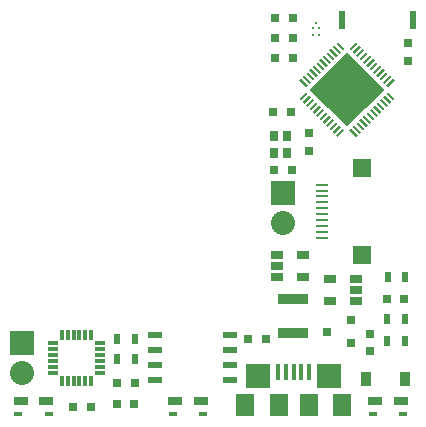
<source format=gts>
G04 #@! TF.FileFunction,Soldermask,Top*
%FSLAX46Y46*%
G04 Gerber Fmt 4.6, Leading zero omitted, Abs format (unit mm)*
G04 Created by KiCad (PCBNEW (2015-07-20 BZR 5967)-product) date Thursday, July 23, 2015 'PMt' 01:28:37 PM*
%MOMM*%
G01*
G04 APERTURE LIST*
%ADD10C,0.100000*%
%ADD11R,0.797560X0.797560*%
%ADD12R,0.910000X1.220000*%
%ADD13R,2.500000X0.900000*%
%ADD14R,0.800100X0.800100*%
%ADD15R,1.143000X0.508000*%
%ADD16R,1.060000X0.650000*%
%ADD17C,0.220000*%
%ADD18R,0.850000X0.300000*%
%ADD19R,0.300000X0.850000*%
%ADD20R,1.600000X1.900000*%
%ADD21R,2.000000X2.000000*%
%ADD22R,0.400000X1.350000*%
%ADD23R,0.700000X0.400000*%
%ADD24R,1.200000X0.650000*%
%ADD25R,0.500000X1.600000*%
%ADD26R,2.032000X2.032000*%
%ADD27O,2.032000X2.032000*%
%ADD28R,0.800000X0.900000*%
%ADD29R,0.800000X0.750000*%
%ADD30R,0.750000X0.800000*%
%ADD31R,0.500000X0.900000*%
%ADD32R,1.500000X1.500000*%
%ADD33R,1.100000X0.250000*%
G04 APERTURE END LIST*
D10*
D11*
X184049300Y-105460000D03*
X182550700Y-105460000D03*
D12*
X184115000Y-112210000D03*
X180845000Y-112210000D03*
D13*
X174650000Y-108350000D03*
X174650000Y-105450000D03*
D14*
X179500760Y-109150000D03*
X179500760Y-107250000D03*
X177501780Y-108200000D03*
D15*
X162975000Y-112305000D03*
X162975000Y-111035000D03*
X162975000Y-109765000D03*
X162975000Y-108495000D03*
X169325000Y-108495000D03*
X169325000Y-109765000D03*
X169325000Y-111035000D03*
X169325000Y-112305000D03*
D16*
X173300000Y-101700000D03*
X173300000Y-102650000D03*
X173300000Y-103600000D03*
X175500000Y-103600000D03*
X175500000Y-101700000D03*
X180000000Y-105600000D03*
X180000000Y-104650000D03*
X180000000Y-103700000D03*
X177800000Y-103700000D03*
X177800000Y-105600000D03*
D17*
X176600000Y-82050000D03*
X176850000Y-82500000D03*
X176350000Y-82500000D03*
X176350000Y-83100000D03*
X176850000Y-83100000D03*
D10*
G36*
X180119238Y-91589087D02*
X179977817Y-91730508D01*
X179412132Y-91164823D01*
X179553553Y-91023402D01*
X180119238Y-91589087D01*
X180119238Y-91589087D01*
G37*
G36*
X180402081Y-91306245D02*
X180260660Y-91447666D01*
X179694975Y-90881981D01*
X179836396Y-90740560D01*
X180402081Y-91306245D01*
X180402081Y-91306245D01*
G37*
G36*
X180684924Y-91023402D02*
X180543503Y-91164823D01*
X179977818Y-90599138D01*
X180119239Y-90457717D01*
X180684924Y-91023402D01*
X180684924Y-91023402D01*
G37*
G36*
X180967767Y-90740559D02*
X180826346Y-90881980D01*
X180260661Y-90316295D01*
X180402082Y-90174874D01*
X180967767Y-90740559D01*
X180967767Y-90740559D01*
G37*
G36*
X181250609Y-90457716D02*
X181109188Y-90599137D01*
X180543503Y-90033452D01*
X180684924Y-89892031D01*
X181250609Y-90457716D01*
X181250609Y-90457716D01*
G37*
G36*
X181533452Y-90174874D02*
X181392031Y-90316295D01*
X180826346Y-89750610D01*
X180967767Y-89609189D01*
X181533452Y-90174874D01*
X181533452Y-90174874D01*
G37*
G36*
X181816295Y-89892031D02*
X181674874Y-90033452D01*
X181109189Y-89467767D01*
X181250610Y-89326346D01*
X181816295Y-89892031D01*
X181816295Y-89892031D01*
G37*
G36*
X182099137Y-89609188D02*
X181957716Y-89750609D01*
X181392031Y-89184924D01*
X181533452Y-89043503D01*
X182099137Y-89609188D01*
X182099137Y-89609188D01*
G37*
G36*
X182381980Y-89326346D02*
X182240559Y-89467767D01*
X181674874Y-88902082D01*
X181816295Y-88760661D01*
X182381980Y-89326346D01*
X182381980Y-89326346D01*
G37*
G36*
X182664823Y-89043503D02*
X182523402Y-89184924D01*
X181957717Y-88619239D01*
X182099138Y-88477818D01*
X182664823Y-89043503D01*
X182664823Y-89043503D01*
G37*
G36*
X182947666Y-88760660D02*
X182806245Y-88902081D01*
X182240560Y-88336396D01*
X182381981Y-88194975D01*
X182947666Y-88760660D01*
X182947666Y-88760660D01*
G37*
G36*
X183230508Y-88477817D02*
X183089087Y-88619238D01*
X182523402Y-88053553D01*
X182664823Y-87912132D01*
X183230508Y-88477817D01*
X183230508Y-88477817D01*
G37*
G36*
X183089087Y-86780762D02*
X183230508Y-86922183D01*
X182664823Y-87487868D01*
X182523402Y-87346447D01*
X183089087Y-86780762D01*
X183089087Y-86780762D01*
G37*
G36*
X182806245Y-86497919D02*
X182947666Y-86639340D01*
X182381981Y-87205025D01*
X182240560Y-87063604D01*
X182806245Y-86497919D01*
X182806245Y-86497919D01*
G37*
G36*
X182523402Y-86215076D02*
X182664823Y-86356497D01*
X182099138Y-86922182D01*
X181957717Y-86780761D01*
X182523402Y-86215076D01*
X182523402Y-86215076D01*
G37*
G36*
X182240559Y-85932233D02*
X182381980Y-86073654D01*
X181816295Y-86639339D01*
X181674874Y-86497918D01*
X182240559Y-85932233D01*
X182240559Y-85932233D01*
G37*
G36*
X181957716Y-85649391D02*
X182099137Y-85790812D01*
X181533452Y-86356497D01*
X181392031Y-86215076D01*
X181957716Y-85649391D01*
X181957716Y-85649391D01*
G37*
G36*
X181674874Y-85366548D02*
X181816295Y-85507969D01*
X181250610Y-86073654D01*
X181109189Y-85932233D01*
X181674874Y-85366548D01*
X181674874Y-85366548D01*
G37*
G36*
X181392031Y-85083705D02*
X181533452Y-85225126D01*
X180967767Y-85790811D01*
X180826346Y-85649390D01*
X181392031Y-85083705D01*
X181392031Y-85083705D01*
G37*
G36*
X181109188Y-84800863D02*
X181250609Y-84942284D01*
X180684924Y-85507969D01*
X180543503Y-85366548D01*
X181109188Y-84800863D01*
X181109188Y-84800863D01*
G37*
G36*
X180826346Y-84518020D02*
X180967767Y-84659441D01*
X180402082Y-85225126D01*
X180260661Y-85083705D01*
X180826346Y-84518020D01*
X180826346Y-84518020D01*
G37*
G36*
X180543503Y-84235177D02*
X180684924Y-84376598D01*
X180119239Y-84942283D01*
X179977818Y-84800862D01*
X180543503Y-84235177D01*
X180543503Y-84235177D01*
G37*
G36*
X180260660Y-83952334D02*
X180402081Y-84093755D01*
X179836396Y-84659440D01*
X179694975Y-84518019D01*
X180260660Y-83952334D01*
X180260660Y-83952334D01*
G37*
G36*
X179977817Y-83669492D02*
X180119238Y-83810913D01*
X179553553Y-84376598D01*
X179412132Y-84235177D01*
X179977817Y-83669492D01*
X179977817Y-83669492D01*
G37*
G36*
X178987868Y-84235177D02*
X178846447Y-84376598D01*
X178280762Y-83810913D01*
X178422183Y-83669492D01*
X178987868Y-84235177D01*
X178987868Y-84235177D01*
G37*
G36*
X178705025Y-84518019D02*
X178563604Y-84659440D01*
X177997919Y-84093755D01*
X178139340Y-83952334D01*
X178705025Y-84518019D01*
X178705025Y-84518019D01*
G37*
G36*
X178422182Y-84800862D02*
X178280761Y-84942283D01*
X177715076Y-84376598D01*
X177856497Y-84235177D01*
X178422182Y-84800862D01*
X178422182Y-84800862D01*
G37*
G36*
X178139339Y-85083705D02*
X177997918Y-85225126D01*
X177432233Y-84659441D01*
X177573654Y-84518020D01*
X178139339Y-85083705D01*
X178139339Y-85083705D01*
G37*
G36*
X177856497Y-85366548D02*
X177715076Y-85507969D01*
X177149391Y-84942284D01*
X177290812Y-84800863D01*
X177856497Y-85366548D01*
X177856497Y-85366548D01*
G37*
G36*
X177573654Y-85649390D02*
X177432233Y-85790811D01*
X176866548Y-85225126D01*
X177007969Y-85083705D01*
X177573654Y-85649390D01*
X177573654Y-85649390D01*
G37*
G36*
X177290811Y-85932233D02*
X177149390Y-86073654D01*
X176583705Y-85507969D01*
X176725126Y-85366548D01*
X177290811Y-85932233D01*
X177290811Y-85932233D01*
G37*
G36*
X177007969Y-86215076D02*
X176866548Y-86356497D01*
X176300863Y-85790812D01*
X176442284Y-85649391D01*
X177007969Y-86215076D01*
X177007969Y-86215076D01*
G37*
G36*
X176725126Y-86497918D02*
X176583705Y-86639339D01*
X176018020Y-86073654D01*
X176159441Y-85932233D01*
X176725126Y-86497918D01*
X176725126Y-86497918D01*
G37*
G36*
X176442283Y-86780761D02*
X176300862Y-86922182D01*
X175735177Y-86356497D01*
X175876598Y-86215076D01*
X176442283Y-86780761D01*
X176442283Y-86780761D01*
G37*
G36*
X176159440Y-87063604D02*
X176018019Y-87205025D01*
X175452334Y-86639340D01*
X175593755Y-86497919D01*
X176159440Y-87063604D01*
X176159440Y-87063604D01*
G37*
G36*
X175876598Y-87346447D02*
X175735177Y-87487868D01*
X175169492Y-86922183D01*
X175310913Y-86780762D01*
X175876598Y-87346447D01*
X175876598Y-87346447D01*
G37*
G36*
X175735177Y-87912132D02*
X175876598Y-88053553D01*
X175310913Y-88619238D01*
X175169492Y-88477817D01*
X175735177Y-87912132D01*
X175735177Y-87912132D01*
G37*
G36*
X176018019Y-88194975D02*
X176159440Y-88336396D01*
X175593755Y-88902081D01*
X175452334Y-88760660D01*
X176018019Y-88194975D01*
X176018019Y-88194975D01*
G37*
G36*
X176300862Y-88477818D02*
X176442283Y-88619239D01*
X175876598Y-89184924D01*
X175735177Y-89043503D01*
X176300862Y-88477818D01*
X176300862Y-88477818D01*
G37*
G36*
X176583705Y-88760661D02*
X176725126Y-88902082D01*
X176159441Y-89467767D01*
X176018020Y-89326346D01*
X176583705Y-88760661D01*
X176583705Y-88760661D01*
G37*
G36*
X176866548Y-89043503D02*
X177007969Y-89184924D01*
X176442284Y-89750609D01*
X176300863Y-89609188D01*
X176866548Y-89043503D01*
X176866548Y-89043503D01*
G37*
G36*
X177149390Y-89326346D02*
X177290811Y-89467767D01*
X176725126Y-90033452D01*
X176583705Y-89892031D01*
X177149390Y-89326346D01*
X177149390Y-89326346D01*
G37*
G36*
X177432233Y-89609189D02*
X177573654Y-89750610D01*
X177007969Y-90316295D01*
X176866548Y-90174874D01*
X177432233Y-89609189D01*
X177432233Y-89609189D01*
G37*
G36*
X177715076Y-89892031D02*
X177856497Y-90033452D01*
X177290812Y-90599137D01*
X177149391Y-90457716D01*
X177715076Y-89892031D01*
X177715076Y-89892031D01*
G37*
G36*
X177997918Y-90174874D02*
X178139339Y-90316295D01*
X177573654Y-90881980D01*
X177432233Y-90740559D01*
X177997918Y-90174874D01*
X177997918Y-90174874D01*
G37*
G36*
X178280761Y-90457717D02*
X178422182Y-90599138D01*
X177856497Y-91164823D01*
X177715076Y-91023402D01*
X178280761Y-90457717D01*
X178280761Y-90457717D01*
G37*
G36*
X178563604Y-90740560D02*
X178705025Y-90881981D01*
X178139340Y-91447666D01*
X177997919Y-91306245D01*
X178563604Y-90740560D01*
X178563604Y-90740560D01*
G37*
G36*
X178846447Y-91023402D02*
X178987868Y-91164823D01*
X178422183Y-91730508D01*
X178280762Y-91589087D01*
X178846447Y-91023402D01*
X178846447Y-91023402D01*
G37*
G36*
X179986656Y-85340031D02*
X179200000Y-86126687D01*
X178413344Y-85340031D01*
X179200000Y-84553375D01*
X179986656Y-85340031D01*
X179986656Y-85340031D01*
G37*
G36*
X179200000Y-86126687D02*
X178413344Y-86913343D01*
X177626688Y-86126687D01*
X178413344Y-85340031D01*
X179200000Y-86126687D01*
X179200000Y-86126687D01*
G37*
G36*
X178413343Y-86913344D02*
X177626687Y-87700000D01*
X176840031Y-86913344D01*
X177626687Y-86126688D01*
X178413343Y-86913344D01*
X178413343Y-86913344D01*
G37*
G36*
X177626687Y-87700000D02*
X176840031Y-88486656D01*
X176053375Y-87700000D01*
X176840031Y-86913344D01*
X177626687Y-87700000D01*
X177626687Y-87700000D01*
G37*
G36*
X180773312Y-86126687D02*
X179986656Y-86913343D01*
X179200000Y-86126687D01*
X179986656Y-85340031D01*
X180773312Y-86126687D01*
X180773312Y-86126687D01*
G37*
G36*
X179986656Y-86913344D02*
X179200000Y-87700000D01*
X178413344Y-86913344D01*
X179200000Y-86126688D01*
X179986656Y-86913344D01*
X179986656Y-86913344D01*
G37*
G36*
X179200000Y-87700000D02*
X178413344Y-88486656D01*
X177626688Y-87700000D01*
X178413344Y-86913344D01*
X179200000Y-87700000D01*
X179200000Y-87700000D01*
G37*
G36*
X178413343Y-88486656D02*
X177626687Y-89273312D01*
X176840031Y-88486656D01*
X177626687Y-87700000D01*
X178413343Y-88486656D01*
X178413343Y-88486656D01*
G37*
G36*
X181559969Y-86913344D02*
X180773313Y-87700000D01*
X179986657Y-86913344D01*
X180773313Y-86126688D01*
X181559969Y-86913344D01*
X181559969Y-86913344D01*
G37*
G36*
X180773312Y-87700000D02*
X179986656Y-88486656D01*
X179200000Y-87700000D01*
X179986656Y-86913344D01*
X180773312Y-87700000D01*
X180773312Y-87700000D01*
G37*
G36*
X179986656Y-88486656D02*
X179200000Y-89273312D01*
X178413344Y-88486656D01*
X179200000Y-87700000D01*
X179986656Y-88486656D01*
X179986656Y-88486656D01*
G37*
G36*
X179200000Y-89273313D02*
X178413344Y-90059969D01*
X177626688Y-89273313D01*
X178413344Y-88486657D01*
X179200000Y-89273313D01*
X179200000Y-89273313D01*
G37*
G36*
X182346625Y-87700000D02*
X181559969Y-88486656D01*
X180773313Y-87700000D01*
X181559969Y-86913344D01*
X182346625Y-87700000D01*
X182346625Y-87700000D01*
G37*
G36*
X181559969Y-88486656D02*
X180773313Y-89273312D01*
X179986657Y-88486656D01*
X180773313Y-87700000D01*
X181559969Y-88486656D01*
X181559969Y-88486656D01*
G37*
G36*
X180773312Y-89273313D02*
X179986656Y-90059969D01*
X179200000Y-89273313D01*
X179986656Y-88486657D01*
X180773312Y-89273313D01*
X180773312Y-89273313D01*
G37*
G36*
X179986656Y-90059969D02*
X179200000Y-90846625D01*
X178413344Y-90059969D01*
X179200000Y-89273313D01*
X179986656Y-90059969D01*
X179986656Y-90059969D01*
G37*
D18*
X154350000Y-109200000D03*
X154350000Y-109700000D03*
X154350000Y-110200000D03*
X154350000Y-110700000D03*
X154350000Y-111200000D03*
X154350000Y-111700000D03*
D19*
X155050000Y-112400000D03*
X155550000Y-112400000D03*
X156050000Y-112400000D03*
X156550000Y-112400000D03*
X157050000Y-112400000D03*
X157550000Y-112400000D03*
D18*
X158250000Y-111700000D03*
X158250000Y-111200000D03*
X158250000Y-110700000D03*
X158250000Y-110200000D03*
X158250000Y-109700000D03*
X158250000Y-109200000D03*
D19*
X157550000Y-108500000D03*
X157050000Y-108500000D03*
X156550000Y-108500000D03*
X156050000Y-108500000D03*
X155550000Y-108500000D03*
X155050000Y-108500000D03*
D20*
X175950000Y-114370000D03*
X173450000Y-114370000D03*
X178810000Y-114370000D03*
D21*
X177700000Y-111940000D03*
D22*
X173399100Y-111637460D03*
X174049100Y-111637460D03*
X174699100Y-111637460D03*
X175349100Y-111637460D03*
X175999100Y-111637460D03*
D21*
X171700000Y-111940000D03*
D20*
X170590000Y-114370000D03*
D23*
X183970000Y-115190000D03*
D24*
X183770000Y-114090000D03*
X181570000Y-114090000D03*
D23*
X181370000Y-115190000D03*
X167040000Y-115190000D03*
D24*
X166840000Y-114090000D03*
X164640000Y-114090000D03*
D23*
X164440000Y-115190000D03*
X153960000Y-115210000D03*
D24*
X153760000Y-114110000D03*
X151560000Y-114110000D03*
D23*
X151360000Y-115210000D03*
D25*
X184800000Y-81800000D03*
X178800000Y-81800000D03*
D26*
X173800000Y-96500000D03*
D27*
X173800000Y-99040000D03*
D26*
X151700000Y-109200000D03*
D27*
X151700000Y-111740000D03*
D28*
X173035900Y-93078100D03*
X173035900Y-91628100D03*
X174110900Y-93078100D03*
X174110900Y-91628100D03*
D29*
X174450000Y-89600000D03*
X172950000Y-89600000D03*
X161210000Y-114360000D03*
X159710000Y-114360000D03*
X157520000Y-114590000D03*
X156020000Y-114590000D03*
X159750000Y-112550000D03*
X161250000Y-112550000D03*
X173123160Y-83324700D03*
X174623160Y-83324700D03*
D30*
X175945800Y-92875800D03*
X175945800Y-91375800D03*
X184348120Y-83796440D03*
X184348120Y-85296440D03*
D29*
X174623160Y-81622900D03*
X173123160Y-81622900D03*
X174613000Y-85029040D03*
X173113000Y-85029040D03*
D31*
X184100000Y-109010000D03*
X182600000Y-109010000D03*
X182650000Y-103610000D03*
X184150000Y-103610000D03*
X182600000Y-107160000D03*
X184100000Y-107160000D03*
X161250000Y-108850000D03*
X159750000Y-108850000D03*
X161250000Y-110550000D03*
X159750000Y-110550000D03*
D30*
X181110000Y-108370000D03*
X181110000Y-109870000D03*
D29*
X172350000Y-108800000D03*
X170850000Y-108800000D03*
X174550000Y-94550000D03*
X173050000Y-94550000D03*
D32*
X180500000Y-101700000D03*
D33*
X177100000Y-99750000D03*
X177100000Y-99250000D03*
X177100000Y-98750000D03*
X177100000Y-98250000D03*
X177100000Y-97750000D03*
X177100000Y-97250000D03*
X177100000Y-96750000D03*
X177100000Y-96250000D03*
X177100000Y-95750000D03*
X177100000Y-100250000D03*
D32*
X180500000Y-94300000D03*
M02*

</source>
